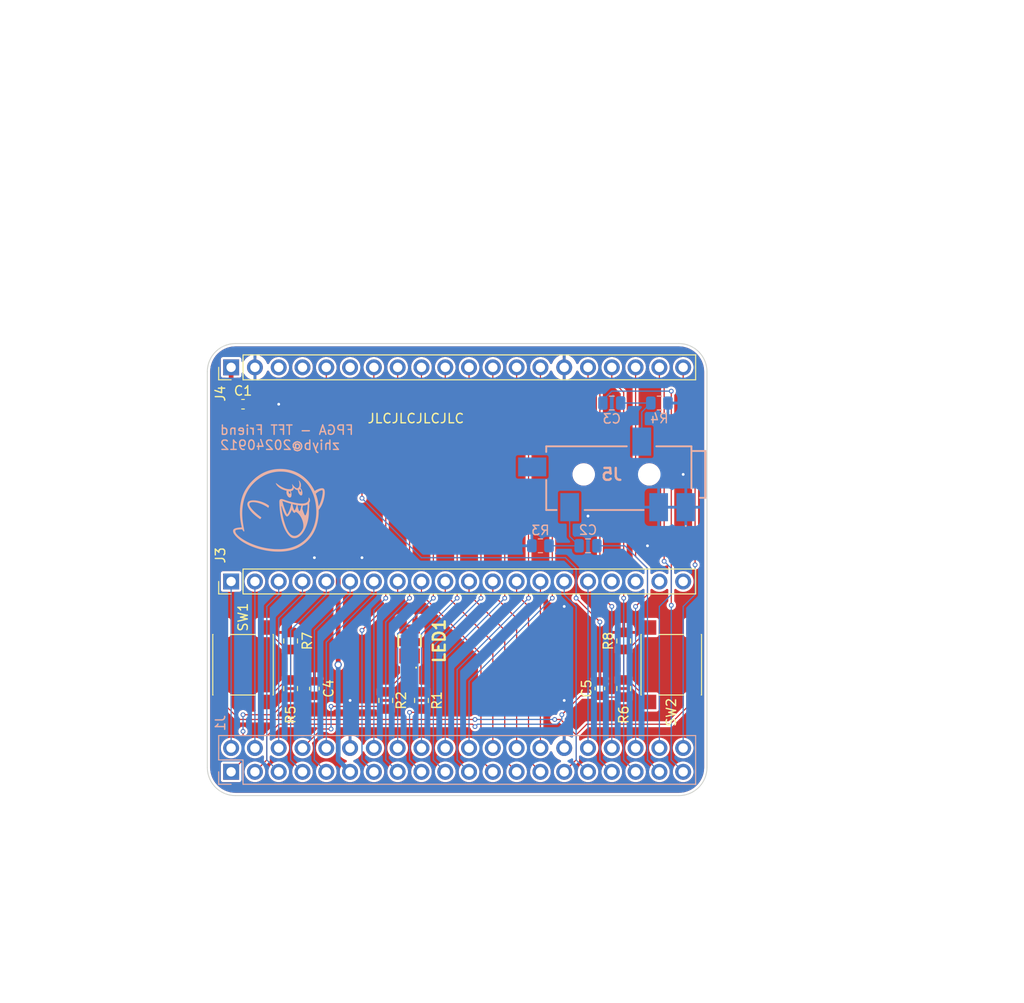
<source format=kicad_pcb>
(kicad_pcb (version 20240108) (generator "pcbnew") (generator_version "8.0")
  (layers (0 "F.Cu" signal) (31 "B.Cu" signal) (34 "B.Paste" user) (35 "F.Paste" user) (36 "B.SilkS" user "B.Silkscreen") (37 "F.SilkS" user "F.Silkscreen") (38 "B.Mask" user) (39 "F.Mask" user) (44 "Edge.Cuts" user))
  (net 0 "")
  (net 1 "GND")
  (net 2 "V_3V3")
  (net 3 "Net-(R5-Pad1)")
  (net 4 "Net-(R6-Pad1)")
  (net 6 "/GPIO_0_26")
  (net 7 "/GPIO_0_8")
  (net 8 "/GPIO_0_6")
  (net 9 "/GPIO_0_4")
  (net 10 "/GPIO_0_29")
  (net 11 "/GPIO_0_7")
  (net 12 "/GPIO_0_31")
  (net 13 "/GPIO_0_1")
  (net 14 "/GPIO_0_3")
  (net 15 "/GPIO_0_32")
  (net 16 "/GPIO_0_12")
  (net 17 "/GPIO_0_IN1")
  (net 18 "/V_SYS")
  (net 19 "/GPIO_0_30")
  (net 20 "/GPIO_0_2")
  (net 21 "/GPIO_0_5")
  (net 22 "/GPIO_0_0")
  (net 23 "/GPIO_0_IN0")
  (net 24 "/XL")
  (net 25 "/B5")
  (net 26 "/B0")
  (net 27 "/B1")
  (net 28 "/B2")
  (net 29 "/YD")
  (net 30 "/B3")
  (net 31 "/YU")
  (net 32 "/B6")
  (net 33 "/XR")
  (net 34 "/B7")
  (net 35 "/B4")
  (net 36 "/LA")
  (net 37 "/G2")
  (net 38 "/G1")
  (net 39 "/V_DISP_3V3")
  (net 40 "/G0")
  (net 41 "/CLK")
  (net 42 "/G4")
  (net 43 "/LK")
  (net 44 "/DE")
  (net 45 "/G6")
  (net 46 "/G5")
  (net 47 "/DISP")
  (net 48 "/G7")
  (net 49 "/G3")
  (net 50 "Net-(LED1-A_RED)")
  (net 51 "Net-(LED1-A_GREEN)")
  (net 52 "/HP_L")
  (net 53 "/HP_R")
  (footprint "Resistor_SMD:R_0805_2012Metric" (layer "F.Cu") (at 91.51 111.51 -90)
    (property "Reference" "R6" (at 2.794 0 90) (layer "F.SilkS"))
    (property "Value" "10k")
    (pad "1" smd roundrect (at -0.9125 0 270) (size 1.025 1.4) (layers "F.Cu" "F.Paste" "F.Mask") (roundrect_rratio 0.243902) (net 4 "Net-(R6-Pad1)"))
    (pad "2" smd roundrect (at 0.9125 0 270) (size 1.025 1.4) (layers "F.Cu" "F.Paste" "F.Mask") (roundrect_rratio 0.243902) (net 17 "/GPIO_0_IN1"))
  )
  (footprint "Resistor_SMD:R_0805_2012Metric" (layer "F.Cu") (at 91.51 106.43 90)
    (property "Reference" "R8" (at 0 -1.65 90) (layer "F.SilkS"))
    (property "Value" "10k")
    (pad "1" smd roundrect (at -0.9125 0 90) (size 1.025 1.4) (layers "F.Cu" "F.Paste" "F.Mask") (roundrect_rratio 0.243902) (net 4 "Net-(R6-Pad1)"))
    (pad "2" smd roundrect (at 0.9125 0 90) (size 1.025 1.4) (layers "F.Cu" "F.Paste" "F.Mask") (roundrect_rratio 0.243902) (net 1 "GND"))
  )
  (footprint "Resistor_SMD:R_0805_2012Metric" (layer "F.Cu") (at 66.11 112.78 -90)
    (property "Reference" "R2" (at 0 -1.65 90) (layer "F.SilkS"))
    (property "Value" "330")
    (pad "1" smd roundrect (at -0.9125 0 270) (size 1.025 1.4) (layers "F.Cu" "F.Paste" "F.Mask") (roundrect_rratio 0.243902) (net 51 "Net-(LED1-A_GREEN)"))
    (pad "2" smd roundrect (at 0.9125 0 270) (size 1.025 1.4) (layers "F.Cu" "F.Paste" "F.Mask") (roundrect_rratio 0.243902) (net 21 "/GPIO_0_5"))
  )
  (footprint "Connector_PinHeader_2.54mm:PinHeader_1x20_P2.54mm_Vertical" (layer "F.Cu") (at 49.6 100.08 90)
    (property "Reference" "J3" (at 2.794 -1.143 90) (layer "F.SilkS"))
    (property "Value" "Conn_01x20")
    (pad "1" thru_hole rect (at 0 0 90) (size 1.7 1.7) (drill 1) (layers "*.Cu" "*.Mask") (net 22 "/GPIO_0_0"))
    (pad "2" thru_hole oval (at 0 2.54 90) (size 1.7 1.7) (drill 1) (layers "*.Cu" "*.Mask") (net 13 "/GPIO_0_1"))
    (pad "3" thru_hole oval (at 0 5.08 90) (size 1.7 1.7) (drill 1) (layers "*.Cu" "*.Mask") (net 20 "/GPIO_0_2"))
    (pad "4" thru_hole oval (at 0 7.62 90) (size 1.7 1.7) (drill 1) (layers "*.Cu" "*.Mask") (net 14 "/GPIO_0_3"))
    (pad "5" thru_hole oval (at 0 10.16 90) (size 1.7 1.7) (drill 1) (layers "*.Cu" "*.Mask") (net 9 "/GPIO_0_4"))
    (pad "6" thru_hole oval (at 0 12.7 90) (size 1.7 1.7) (drill 1) (layers "*.Cu" "*.Mask") (net 8 "/GPIO_0_6"))
    (pad "7" thru_hole oval (at 0 15.24 90) (size 1.7 1.7) (drill 1) (layers "*.Cu" "*.Mask") (net 11 "/GPIO_0_7"))
    (pad "8" thru_hole oval (at 0 17.78 90) (size 1.7 1.7) (drill 1) (layers "*.Cu" "*.Mask") (net 7 "/GPIO_0_8"))
    (pad "9" thru_hole oval (at 0 20.32 90) (size 1.7 1.7) (drill 1) (layers "*.Cu" "*.Mask") (net 26 "/B0"))
    (pad "10" thru_hole oval (at 0 22.86 90) (size 1.7 1.7) (drill 1) (layers "*.Cu" "*.Mask") (net 27 "/B1"))
    (pad "11" thru_hole oval (at 0 25.4 90) (size 1.7 1.7) (drill 1) (layers "*.Cu" "*.Mask") (net 28 "/B2"))
    (pad "12" thru_hole oval (at 0 27.94 90) (size 1.7 1.7) (drill 1) (layers "*.Cu" "*.Mask") (net 30 "/B3"))
    (pad "13" thru_hole oval (at 0 30.48 90) (size 1.7 1.7) (drill 1) (layers "*.Cu" "*.Mask") (net 35 "/B4"))
    (pad "14" thru_hole oval (at 0 33.02 90) (size 1.7 1.7) (drill 1) (layers "*.Cu" "*.Mask") (net 25 "/B5"))
    (pad "15" thru_hole oval (at 0 35.56 90) (size 1.7 1.7) (drill 1) (layers "*.Cu" "*.Mask") (net 32 "/B6"))
    (pad "16" thru_hole oval (at 0 38.1 90) (size 1.7 1.7) (drill 1) (layers "*.Cu" "*.Mask") (net 34 "/B7"))
    (pad "17" thru_hole oval (at 0 40.64 90) (size 1.7 1.7) (drill 1) (layers "*.Cu" "*.Mask") (net 33 "/XR"))
    (pad "18" thru_hole oval (at 0 43.18 90) (size 1.7 1.7) (drill 1) (layers "*.Cu" "*.Mask") (net 29 "/YD"))
    (pad "19" thru_hole oval (at 0 45.72 90) (size 1.7 1.7) (drill 1) (layers "*.Cu" "*.Mask") (net 24 "/XL"))
    (pad "20" thru_hole oval (at 0 48.26 90) (size 1.7 1.7) (drill 1) (layers "*.Cu" "*.Mask") (net 31 "/YU"))
  )
  (footprint "Capacitor_SMD:C_0603_1608Metric" (layer "F.Cu") (at 88.97 111.51 90)
    (property "Reference" "C5" (at 0 -1.43 90) (layer "F.SilkS"))
    (property "Value" "100n")
    (pad "1" smd roundrect (at -0.775 0 90) (size 0.9 0.95) (layers "F.Cu" "F.Paste" "F.Mask") (net 17 "/GPIO_0_IN1"))
    (pad "2" smd roundrect (at 0.775 0 90) (size 0.9 0.95) (layers "F.Cu" "F.Paste" "F.Mask") (net 1 "GND"))
  )
  (footprint "Resistor_SMD:R_0805_2012Metric" (layer "F.Cu") (at 55.95 111.51 -90)
    (property "Reference" "R5" (at 2.794 0 90) (layer "F.SilkS"))
    (property "Value" "10k")
    (pad "1" smd roundrect (at -0.9125 0 270) (size 1.025 1.4) (layers "F.Cu" "F.Paste" "F.Mask") (roundrect_rratio 0.243902) (net 3 "Net-(R5-Pad1)"))
    (pad "2" smd roundrect (at 0.9125 0 270) (size 1.025 1.4) (layers "F.Cu" "F.Paste" "F.Mask") (roundrect_rratio 0.243902) (net 23 "/GPIO_0_IN0"))
  )
  (footprint "Library:APBD3224SURKCGKCF01" (layer "F.Cu") (at 68.65 106.43 -90)
    (property "Reference" "LED1" (at 0 -3.175 90) (layer "F.SilkS") (effects (font (size 1.27 1.27) (thickness 0.254))))
    (property "Value" "APBD3224SURKCGKC-F01" (hide yes))
    (pad "1" smd rect (at 1.6 -0.7) (size 0.8 1.6) (layers "F.Cu" "F.Paste" "F.Mask") (net 50 "Net-(LED1-A_RED)"))
    (pad "2" smd rect (at -1.6 -0.7) (size 0.8 1.6) (layers "F.Cu" "F.Paste" "F.Mask") (net 1 "GND"))
    (pad "3" smd rect (at 1.6 0.7) (size 0.8 1.6) (layers "F.Cu" "F.Paste" "F.Mask") (net 51 "Net-(LED1-A_GREEN)"))
    (pad "4" smd rect (at -1.6 0.7) (size 0.8 1.6) (layers "F.Cu" "F.Paste" "F.Mask") (net 1 "GND"))
  )
  (footprint "Resistor_SMD:R_0805_2012Metric" (layer "F.Cu") (at 69.92 112.78 -90)
    (property "Reference" "R1" (at 0 -1.65 90) (layer "F.SilkS"))
    (property "Value" "330")
    (pad "1" smd roundrect (at -0.9125 0 270) (size 1.025 1.4) (layers "F.Cu" "F.Paste" "F.Mask") (roundrect_rratio 0.243902) (net 50 "Net-(LED1-A_RED)"))
    (pad "2" smd roundrect (at 0.9125 0 270) (size 1.025 1.4) (layers "F.Cu" "F.Paste" "F.Mask") (roundrect_rratio 0.243902) (net 16 "/GPIO_0_12"))
  )
  (footprint "Capacitor_SMD:C_0603_1608Metric" (layer "F.Cu") (at 50.87 81.157)
    (property "Reference" "C1" (at 0 -1.43 0) (layer "F.SilkS"))
    (property "Value" "100n")
    (pad "1" smd roundrect (at -0.775 0) (size 0.9 0.95) (layers "F.Cu" "F.Paste" "F.Mask") (net 18 "/V_SYS"))
    (pad "2" smd roundrect (at 0.775 0) (size 0.9 0.95) (layers "F.Cu" "F.Paste" "F.Mask") (net 1 "GND"))
  )
  (footprint "Button_Switch_SMD:SW_Push_1P1T_NO_6x6mm_H9.5mm" (layer "F.Cu") (at 96.59 108.97 -90)
    (property "Reference" "SW2" (at 5.08 0 90) (layer "F.SilkS"))
    (property "Value" "SW_Push")
    (pad "1" smd rect (at -3.975 -2.25 270) (size 1.55 1.3) (layers "F.Cu" "F.Paste" "F.Mask") (net 2 "V_3V3"))
    (pad "1" smd rect (at 3.975 -2.25 270) (size 1.55 1.3) (layers "F.Cu" "F.Paste" "F.Mask") (net 2 "V_3V3"))
    (pad "2" smd rect (at -3.975 2.25 270) (size 1.55 1.3) (layers "F.Cu" "F.Paste" "F.Mask") (net 4 "Net-(R6-Pad1)"))
    (pad "2" smd rect (at 3.975 2.25 270) (size 1.55 1.3) (layers "F.Cu" "F.Paste" "F.Mask") (net 4 "Net-(R6-Pad1)"))
  )
  (footprint "Resistor_SMD:R_0805_2012Metric" (layer "F.Cu") (at 55.95 106.43 90)
    (property "Reference" "R7" (at 0 1.778 90) (layer "F.SilkS"))
    (property "Value" "10k")
    (pad "1" smd roundrect (at -0.9125 0 90) (size 1.025 1.4) (layers "F.Cu" "F.Paste" "F.Mask") (roundrect_rratio 0.243902) (net 3 "Net-(R5-Pad1)"))
    (pad "2" smd roundrect (at 0.9125 0 90) (size 1.025 1.4) (layers "F.Cu" "F.Paste" "F.Mask") (roundrect_rratio 0.243902) (net 1 "GND"))
  )
  (footprint "Capacitor_SMD:C_0603_1608Metric" (layer "F.Cu") (at 58.49 111.51 90)
    (property "Reference" "C4" (at 0 1.524 90) (layer "F.SilkS"))
    (property "Value" "100n")
    (pad "1" smd roundrect (at -0.775 0 90) (size 0.9 0.95) (layers "F.Cu" "F.Paste" "F.Mask") (net 23 "/GPIO_0_IN0"))
    (pad "2" smd roundrect (at 0.775 0 90) (size 0.9 0.95) (layers "F.Cu" "F.Paste" "F.Mask") (net 1 "GND"))
  )
  (footprint "Connector_PinHeader_2.54mm:PinHeader_1x20_P2.54mm_Vertical" (layer "F.Cu") (at 49.6 77.22 90)
    (property "Reference" "J4" (at -2.794 -1.143 90) (layer "F.SilkS"))
    (property "Value" "Conn_01x20")
    (pad "1" thru_hole rect (at 0 0 90) (size 1.7 1.7) (drill 1) (layers "*.Cu" "*.Mask") (net 18 "/V_SYS"))
    (pad "2" thru_hole oval (at 0 2.54 90) (size 1.7 1.7) (drill 1) (layers "*.Cu" "*.Mask") (net 1 "GND"))
    (pad "3" thru_hole oval (at 0 5.08 90) (size 1.7 1.7) (drill 1) (layers "*.Cu" "*.Mask") (net 43 "/LK"))
    (pad "4" thru_hole oval (at 0 7.62 90) (size 1.7 1.7) (drill 1) (layers "*.Cu" "*.Mask") (net 36 "/LA"))
    (pad "5" thru_hole oval (at 0 10.16 90) (size 1.7 1.7) (drill 1) (layers "*.Cu" "*.Mask") (net 6 "/GPIO_0_26"))
    (pad "6" thru_hole oval (at 0 12.7 90) (size 1.7 1.7) (drill 1) (layers "*.Cu" "*.Mask") (net 39 "/V_DISP_3V3"))
    (pad "7" thru_hole oval (at 0 15.24 90) (size 1.7 1.7) (drill 1) (layers "*.Cu" "*.Mask") (net 40 "/G0"))
    (pad "8" thru_hole oval (at 0 17.78 90) (size 1.7 1.7) (drill 1) (layers "*.Cu" "*.Mask") (net 38 "/G1"))
    (pad "9" thru_hole oval (at 0 20.32 90) (size 1.7 1.7) (drill 1) (layers "*.Cu" "*.Mask") (net 37 "/G2"))
    (pad "10" thru_hole oval (at 0 22.86 90) (size 1.7 1.7) (drill 1) (layers "*.Cu" "*.Mask") (net 49 "/G3"))
    (pad "11" thru_hole oval (at 0 25.4 90) (size 1.7 1.7) (drill 1) (layers "*.Cu" "*.Mask") (net 42 "/G4"))
    (pad "12" thru_hole oval (at 0 27.94 90) (size 1.7 1.7) (drill 1) (layers "*.Cu" "*.Mask") (net 46 "/G5"))
    (pad "13" thru_hole oval (at 0 30.48 90) (size 1.7 1.7) (drill 1) (layers "*.Cu" "*.Mask") (net 45 "/G6"))
    (pad "14" thru_hole oval (at 0 33.02 90) (size 1.7 1.7) (drill 1) (layers "*.Cu" "*.Mask") (net 48 "/G7"))
    (pad "15" thru_hole oval (at 0 35.56 90) (size 1.7 1.7) (drill 1) (layers "*.Cu" "*.Mask") (net 1 "GND"))
    (pad "16" thru_hole oval (at 0 38.1 90) (size 1.7 1.7) (drill 1) (layers "*.Cu" "*.Mask") (net 41 "/CLK"))
    (pad "17" thru_hole oval (at 0 40.64 90) (size 1.7 1.7) (drill 1) (layers "*.Cu" "*.Mask") (net 47 "/DISP"))
    (pad "18" thru_hole oval (at 0 43.18 90) (size 1.7 1.7) (drill 1) (layers "*.Cu" "*.Mask") (net 10 "/GPIO_0_29"))
    (pad "19" thru_hole oval (at 0 45.72 90) (size 1.7 1.7) (drill 1) (layers "*.Cu" "*.Mask") (net 12 "/GPIO_0_31"))
    (pad "20" thru_hole oval (at 0 48.26 90) (size 1.7 1.7) (drill 1) (layers "*.Cu" "*.Mask") (net 44 "/DE"))
  )
  (footprint "Button_Switch_SMD:SW_Push_1P1T_NO_6x6mm_H9.5mm" (layer "F.Cu") (at 50.87 108.97 90)
    (property "Reference" "SW1" (at 5.08 0 90) (layer "F.SilkS"))
    (property "Value" "SW_Push")
    (pad "1" smd rect (at -3.975 -2.25 90) (size 1.55 1.3) (layers "F.Cu" "F.Paste" "F.Mask") (net 2 "V_3V3"))
    (pad "1" smd rect (at 3.975 -2.25 90) (size 1.55 1.3) (layers "F.Cu" "F.Paste" "F.Mask") (net 2 "V_3V3"))
    (pad "2" smd rect (at -3.975 2.25 90) (size 1.55 1.3) (layers "F.Cu" "F.Paste" "F.Mask") (net 3 "Net-(R5-Pad1)"))
    (pad "2" smd rect (at 3.975 2.25 90) (size 1.55 1.3) (layers "F.Cu" "F.Paste" "F.Mask") (net 3 "Net-(R5-Pad1)"))
  )
  (footprint "Connector_PinSocket_2.54mm:PinSocket_2x20_P2.54mm_Vertical" (layer "B.Cu") (at 49.6 120.4 -90)
    (property "Reference" "J1" (at -5.207 1.143 90) (layer "B.SilkS") (effects (justify mirror)))
    (property "Value" "Conn_02x20_Odd_Even")
    (pad "1" thru_hole rect (at 0 0 270) (size 1.7 1.7) (drill 1) (layers "*.Cu" "*.Mask") (net 23 "/GPIO_0_IN0"))
    (pad "2" thru_hole oval (at -2.54 0 270) (size 1.7 1.7) (drill 1) (layers "*.Cu" "*.Mask") (net 22 "/GPIO_0_0"))
    (pad "3" thru_hole oval (at 0 -2.54 270) (size 1.7 1.7) (drill 1) (layers "*.Cu" "*.Mask") (net 17 "/GPIO_0_IN1"))
    (pad "4" thru_hole oval (at -2.54 -2.54 270) (size 1.7 1.7) (drill 1) (layers "*.Cu" "*.Mask") (net 13 "/GPIO_0_1"))
    (pad "5" thru_hole oval (at 0 -5.08 270) (size 1.7 1.7) (drill 1) (layers "*.Cu" "*.Mask") (net 20 "/GPIO_0_2"))
    (pad "6" thru_hole oval (at -2.54 -5.08 270) (size 1.7 1.7) (drill 1) (layers "*.Cu" "*.Mask") (net 14 "/GPIO_0_3"))
    (pad "7" thru_hole oval (at 0 -7.62 270) (size 1.7 1.7) (drill 1) (layers "*.Cu" "*.Mask") (net 9 "/GPIO_0_4"))
    (pad "8" thru_hole oval (at -2.54 -7.62 270) (size 1.7 1.7) (drill 1) (layers "*.Cu" "*.Mask") (net 21 "/GPIO_0_5"))
    (pad "9" thru_hole oval (at 0 -10.16 270) (size 1.7 1.7) (drill 1) (layers "*.Cu" "*.Mask") (net 8 "/GPIO_0_6"))
    (pad "10" thru_hole oval (at -2.54 -10.16 270) (size 1.7 1.7) (drill 1) (layers "*.Cu" "*.Mask") (net 11 "/GPIO_0_7"))
    (pad "11" thru_hole oval (at 0 -12.7 270) (size 1.7 1.7) (drill 1) (layers "*.Cu" "*.Mask") (net 18 "/V_SYS"))
    (pad "12" thru_hole oval (at -2.54 -12.7 270) (size 1.7 1.7) (drill 1) (layers "*.Cu" "*.Mask") (net 1 "GND"))
    (pad "13" thru_hole oval (at 0 -15.24 270) (size 1.7 1.7) (drill 1) (layers "*.Cu" "*.Mask") (net 7 "/GPIO_0_8"))
    (pad "14" thru_hole oval (at -2.54 -15.24 270) (size 1.7 1.7) (drill 1) (layers "*.Cu" "*.Mask") (net 40 "/G0"))
    (pad "15" thru_hole oval (at 0 -17.78 270) (size 1.7 1.7) (drill 1) (layers "*.Cu" "*.Mask") (net 38 "/G1"))
    (pad "16" thru_hole oval (at -2.54 -17.78 270) (size 1.7 1.7) (drill 1) (layers "*.Cu" "*.Mask") (net 37 "/G2"))
    (pad "17" thru_hole oval (at 0 -20.32 270) (size 1.7 1.7) (drill 1) (layers "*.Cu" "*.Mask") (net 16 "/GPIO_0_12"))
    (pad "18" thru_hole oval (at -2.54 -20.32 270) (size 1.7 1.7) (drill 1) (layers "*.Cu" "*.Mask") (net 49 "/G3"))
    (pad "19" thru_hole oval (at 0 -22.86 270) (size 1.7 1.7) (drill 1) (layers "*.Cu" "*.Mask") (net 42 "/G4"))
    (pad "20" thru_hole oval (at -2.54 -22.86 270) (size 1.7 1.7) (drill 1) (layers "*.Cu" "*.Mask") (net 46 "/G5"))
    (pad "21" thru_hole oval (at 0 -25.4 270) (size 1.7 1.7) (drill 1) (layers "*.Cu" "*.Mask") (net 45 "/G6"))
    (pad "22" thru_hole oval (at -2.54 -25.4 270) (size 1.7 1.7) (drill 1) (layers "*.Cu" "*.Mask") (net 48 "/G7"))
    (pad "23" thru_hole oval (at 0 -27.94 270) (size 1.7 1.7) (drill 1) (layers "*.Cu" "*.Mask") (net 26 "/B0"))
    (pad "24" thru_hole oval (at -2.54 -27.94 270) (size 1.7 1.7) (drill 1) (layers "*.Cu" "*.Mask") (net 27 "/B1"))
    (pad "25" thru_hole oval (at 0 -30.48 270) (size 1.7 1.7) (drill 1) (layers "*.Cu" "*.Mask") (net 28 "/B2"))
    (pad "26" thru_hole oval (at -2.54 -30.48 270) (size 1.7 1.7) (drill 1) (layers "*.Cu" "*.Mask") (net 30 "/B3"))
    (pad "27" thru_hole oval (at 0 -33.02 270) (size 1.7 1.7) (drill 1) (layers "*.Cu" "*.Mask") (net 35 "/B4"))
    (pad "28" thru_hole oval (at -2.54 -33.02 270) (size 1.7 1.7) (drill 1) (layers "*.Cu" "*.Mask") (net 25 "/B5"))
    (pad "29" thru_hole oval (at 0 -35.56 270) (size 1.7 1.7) (drill 1) (layers "*.Cu" "*.Mask") (net 2 "V_3V3"))
    (pad "30" thru_hole oval (at -2.54 -35.56 270) (size 1.7 1.7) (drill 1) (layers "*.Cu" "*.Mask") (net 1 "GND"))
    (pad "31" thru_hole oval (at 0 -38.1 270) (size 1.7 1.7) (drill 1) (layers "*.Cu" "*.Mask") (net 32 "/B6"))
    (pad "32" thru_hole oval (at -2.54 -38.1 270) (size 1.7 1.7) (drill 1) (layers "*.Cu" "*.Mask") (net 34 "/B7"))
    (pad "33" thru_hole oval (at 0 -40.64 270) (size 1.7 1.7) (drill 1) (layers "*.Cu" "*.Mask") (net 6 "/GPIO_0_26"))
    (pad "34" thru_hole oval (at -2.54 -40.64 270) (size 1.7 1.7) (drill 1) (layers "*.Cu" "*.Mask") (net 41 "/CLK"))
    (pad "35" thru_hole oval (at 0 -43.18 270) (size 1.7 1.7) (drill 1) (layers "*.Cu" "*.Mask") (net 47 "/DISP"))
    (pad "36" thru_hole oval (at -2.54 -43.18 270) (size 1.7 1.7) (drill 1) (layers "*.Cu" "*.Mask") (net 10 "/GPIO_0_29"))
    (pad "37" thru_hole oval (at 0 -45.72 270) (size 1.7 1.7) (drill 1) (layers "*.Cu" "*.Mask") (net 19 "/GPIO_0_30"))
    (pad "38" thru_hole oval (at -2.54 -45.72 270) (size 1.7 1.7) (drill 1) (layers "*.Cu" "*.Mask") (net 12 "/GPIO_0_31"))
    (pad "39" thru_hole oval (at 0 -48.26 270) (size 1.7 1.7) (drill 1) (layers "*.Cu" "*.Mask") (net 15 "/GPIO_0_32"))
    (pad "40" thru_hole oval (at -2.54 -48.26 270) (size 1.7 1.7) (drill 1) (layers "*.Cu" "*.Mask") (net 44 "/DE"))
  )
  (footprint "Capacitor_SMD:C_0805_2012Metric" (layer "B.Cu") (at 87.7 96.27 180)
    (property "Reference" "C2" (at 0 1.68 0) (layer "B.SilkS") (effects (justify mirror)))
    (property "Value" "10u")
    (pad "1" smd roundrect (at -0.95 0 180) (size 1 1.45) (layers "B.Cu" "B.Paste" "B.Mask") (net 19 "/GPIO_0_30"))
    (pad "2" smd roundrect (at 0.95 0 180) (size 1 1.45) (layers "B.Cu" "B.Paste" "B.Mask") (net 52 "/HP_L"))
  )
  (footprint "Capacitor_SMD:C_0805_2012Metric" (layer "B.Cu") (at 90.24 81.03)
    (property "Reference" "C3" (at 0 1.68 0) (layer "B.SilkS") (effects (justify mirror)))
    (property "Value" "10u")
    (pad "1" smd roundrect (at -0.95 0) (size 1 1.45) (layers "B.Cu" "B.Paste" "B.Mask") (net 15 "/GPIO_0_32"))
    (pad "2" smd roundrect (at 0.95 0) (size 1 1.45) (layers "B.Cu" "B.Paste" "B.Mask") (net 53 "/HP_R"))
  )
  (footprint "Resistor_SMD:R_0805_2012Metric" (layer "B.Cu") (at 82.62 96.27 180)
    (property "Reference" "R3" (at 0 1.65 0) (layer "B.SilkS") (effects (justify mirror)))
    (property "Value" "100")
    (pad "1" smd roundrect (at -0.9125 0 180) (size 1.025 1.4) (layers "B.Cu" "B.Paste" "B.Mask") (roundrect_rratio 0.243902) (net 52 "/HP_L"))
    (pad "2" smd roundrect (at 0.9125 0 180) (size 1.025 1.4) (layers "B.Cu" "B.Paste" "B.Mask") (roundrect_rratio 0.243902) (net 1 "GND"))
  )
  (footprint "LOGO" (layer "B.Cu") (at 54.68 92.46 180)
    (property "Reference" "" (hide yes))
    (property "Value" "LOGO" (hide yes))
  )
  (footprint "Library:SJ43515TSSMTTR" (layer "B.Cu") (at 90.24 88.65 180)
    (property "Reference" "J5" (at 0 0 0) (layer "B.SilkS") (effects (font (size 1.27 1.27) (thickness 0.254)) (justify mirror)))
    (property "Value" "SJ-43515TS-SMT-TR" (hide yes))
    (pad "" np_thru_hole circle (at -4 0 180) (size 1.9 1.9) (drill 1.9) (layers "*.Cu" "*.Mask"))
    (pad "" np_thru_hole circle (at 3 0 180) (size 1.9 1.9) (drill 1.9) (layers "*.Cu" "*.Mask"))
    (pad "1" smd rect (at -7.9 -3.5 180) (size 2 3) (layers "B.Cu" "B.Paste" "B.Mask") (net 1 "GND"))
    (pad "2" smd rect (at 4.5 -3.5 180) (size 2 3) (layers "B.Cu" "B.Paste" "B.Mask") (net 52 "/HP_L"))
    (pad "3" smd rect (at -3.2 3.5 180) (size 2 3) (layers "B.Cu" "B.Paste" "B.Mask") (net 53 "/HP_R"))
    (pad "4" smd rect (at -5 -3.5 180) (size 2 3) (layers "B.Cu" "B.Paste" "B.Mask") (net 1 "GND"))
    (pad "5" smd rect (at 8.5 0.8 90) (size 2 3) (layers "B.Cu" "B.Paste" "B.Mask"))
  )
  (footprint "Resistor_SMD:R_0805_2012Metric" (layer "B.Cu") (at 95.32 81.03)
    (property "Reference" "R4" (at 0 1.65 0) (layer "B.SilkS") (effects (justify mirror)))
    (property "Value" "100")
    (pad "1" smd roundrect (at -0.9125 0) (size 1.025 1.4) (layers "B.Cu" "B.Paste" "B.Mask") (roundrect_rratio 0.243902) (net 53 "/HP_R"))
    (pad "2" smd roundrect (at 0.9125 0) (size 1.025 1.4) (layers "B.Cu" "B.Paste" "B.Mask") (roundrect_rratio 0.243902) (net 1 "GND"))
  )
  (footprint "LOGO" (layer "B.Cu") (at 54.68 92.46 180)
    (property "Reference" "" (hide yes))
    (property "Value" "LOGO" (hide yes))
  )
  (gr_line (start 47.06 77.68) (end 47.06 119.94) (stroke (width 0.1)) (layer "Edge.Cuts"))
  (gr_line (start 97.4 74.68) (end 50.06 74.68) (stroke (width 0.1)) (layer "Edge.Cuts"))
  (gr_arc (start 100.4 119.94) (mid 99.52132 122.06132) (end 97.4 122.94) (stroke (width 0.1)) (layer "Edge.Cuts"))
  (gr_line (start 100.4 119.94) (end 100.4 77.68) (stroke (width 0.1)) (layer "Edge.Cuts"))
  (gr_arc (start 97.4 74.68) (mid 99.52132 75.55868) (end 100.4 77.68) (stroke (width 0.1)) (layer "Edge.Cuts"))
  (gr_arc (start 47.06 77.68) (mid 47.93868 75.55868) (end 50.06 74.68) (stroke (width 0.1)) (layer "Edge.Cuts"))
  (gr_arc (start 50.06 122.94) (mid 47.93868 122.06132) (end 47.06 119.94) (stroke (width 0.1)) (layer "Edge.Cuts"))
  (gr_line (start 50.06 122.94) (end 97.4 122.94) (stroke (width 0.1)) (layer "Edge.Cuts"))
  (gr_text "FPGA - TFT Friend\nzhiyb@20240912" (at 48.33 86.11 0) (layer "B.SilkS") (effects (font (size 1 1)) (justify right bottom mirror)))
  (gr_text "JLCJLCJLCJLC" (at 64.078 82.681 0) (layer "F.SilkS") (effects (font (size 1 1)) (justify left)))
  (via (at 54.68 81.157) (size 0.5) (drill 0.3) (layers "F.Cu" "B.Cu") (net 1))
  (via (at 94.05 96.27) (size 0.5) (drill 0.3) (layers "F.Cu" "B.Cu") (net 1))
  (via (at 85.16 102.747) (size 0.5) (drill 0.3) (layers "F.Cu" "B.Cu") (net 1))
  (via (at 63.57 97.54) (size 0.5) (drill 0.3) (layers "F.Cu" "B.Cu") (net 1))
  (via (at 97.86 88.65) (size 0.5) (drill 0.3) (layers "F.Cu" "B.Cu") (net 1))
  (via (at 87.7 93.095) (size 0.5) (drill 0.3) (layers "F.Cu" "B.Cu") (net 1))
  (via (at 62.3 112.78) (size 0.5) (drill 0.3) (layers "F.Cu" "B.Cu") (net 1))
  (via (at 58.49 97.54) (size 0.5) (drill 0.3) (layers "F.Cu" "B.Cu") (net 1))
  (via (at 85.16 112.78) (size 0.5) (drill 0.3) (layers "F.Cu" "B.Cu") (net 1))
  (segment (start 86.43 119.13) (end 86.43 116.463) (width 0.127) (layer "F.Cu") (net 2))
  (segment (start 84.779 114.812) (end 86.43 116.463) (width 0.127) (layer "F.Cu") (net 2))
  (segment (start 48.62 112.945) (end 48.62 104.995) (width 0.127) (layer "F.Cu") (net 2))
  (segment (start 84.144 114.812) (end 84.779 114.812) (width 0.127) (layer "F.Cu") (net 2))
  (segment (start 85.16 120.4) (end 86.43 119.13) (width 0.127) (layer "F.Cu") (net 2))
  (segment (start 48.62 112.945) (end 50.487 114.812) (width 0.127) (layer "F.Cu") (net 2))
  (segment (start 50.487 114.812) (end 75.635 114.812) (width 0.127) (layer "F.Cu") (net 2))
  (segment (start 87.573 115.32) (end 96.465 115.32) (width 0.127) (layer "F.Cu") (net 2))
  (segment (start 86.43 116.463) (end 87.573 115.32) (width 0.127) (layer "F.Cu") (net 2))
  (segment (start 96.465 115.32) (end 98.84 112.945) (width 0.127) (layer "F.Cu") (net 2))
  (segment (start 98.84 112.945) (end 98.84 104.995) (width 0.127) (layer "F.Cu") (net 2))
  (via (at 75.635 114.812) (size 0.5) (drill 0.3) (layers "F.Cu" "B.Cu") (net 2))
  (via (at 84.144 114.812) (size 0.5) (drill 0.3) (layers "F.Cu" "B.Cu") (net 2))
  (segment (start 75.635 114.812) (end 84.144 114.812) (width 0.127) (layer "B.Cu") (net 2))
  (segment (start 55.95 110.5975) (end 55.4675 110.5975) (width 0.127) (layer "F.Cu") (net 3))
  (segment (start 55.4675 110.5975) (end 53.12 112.945) (width 0.127) (layer "F.Cu") (net 3))
  (segment (start 53.12 104.995) (end 55.4675 107.3425) (width 0.127) (layer "F.Cu") (net 3))
  (segment (start 55.4675 107.3425) (end 55.95 107.3425) (width 0.127) (layer "F.Cu") (net 3))
  (segment (start 55.95 107.3425) (end 55.95 110.5975) (width 0.127) (layer "F.Cu") (net 3))
  (segment (start 91.51 107.3425) (end 91.9925 107.3425) (width 0.127) (layer "F.Cu") (net 4))
  (segment (start 91.9925 110.5975) (end 94.34 112.945) (width 0.127) (layer "F.Cu") (net 4))
  (segment (start 91.51 110.5975) (end 91.9925 110.5975) (width 0.127) (layer "F.Cu") (net 4))
  (segment (start 91.9925 107.3425) (end 94.34 104.995) (width 0.127) (layer "F.Cu") (net 4))
  (segment (start 91.51 110.5975) (end 91.51 107.3425) (width 0.127) (layer "F.Cu") (net 4))
  (segment (start 63.57 91.19) (end 63.57 82.427) (width 0.127) (layer "F.Cu") (net 6))
  (segment (start 59.76 78.617) (end 59.76 77.22) (width 0.127) (layer "F.Cu") (net 6))
  (segment (start 63.57 82.427) (end 59.76 78.617) (width 0.127) (layer "F.Cu") (net 6))
  (segment (start 88.97 104.398) (end 86.43 101.858) (width 0.127) (layer "F.Cu") (net 6))
  (via (at 88.97 104.398) (size 0.5) (drill 0.3) (layers "F.Cu" "B.Cu") (net 6))
  (via (at 63.57 91.19) (size 0.5) (drill 0.3) (layers "F.Cu" "B.Cu") (net 6))
  (via (at 86.43 101.858) (size 0.5) (drill 0.3) (layers "F.Cu" "B.Cu") (net 6))
  (segment (start 86.43 98.683) (end 86.43 101.858) (width 0.127) (layer "B.Cu") (net 6))
  (segment (start 63.57 91.19) (end 69.92 97.54) (width 0.127) (layer "B.Cu") (net 6))
  (segment (start 88.97 104.398) (end 88.97 119.13) (width 0.127) (layer "B.Cu") (net 6))
  (segment (start 88.97 119.13) (end 90.24 120.4) (width 0.127) (layer "B.Cu") (net 6))
  (segment (start 85.287 97.54) (end 86.43 98.683) (width 0.127) (layer "B.Cu") (net 6))
  (segment (start 69.92 97.54) (end 85.287 97.54) (width 0.127) (layer "B.Cu") (net 6))
  (segment (start 63.57 105.287) (end 67.38 101.477) (width 0.127) (layer "F.Cu") (net 7))
  (segment (start 67.38 101.477) (end 67.38 100.08) (width 0.127) (layer "F.Cu") (net 7))
  (via (at 63.57 105.287) (size 0.5) (drill 0.3) (layers "F.Cu" "B.Cu") (net 7))
  (segment (start 63.57 119.13) (end 64.84 120.4) (width 0.127) (layer "B.Cu") (net 7))
  (segment (start 63.57 105.287) (end 63.57 119.13) (width 0.127) (layer "B.Cu") (net 7))
  (segment (start 58.49 105.287) (end 62.3 101.477) (width 0.127) (layer "B.Cu") (net 8))
  (segment (start 58.49 119.13) (end 58.49 105.287) (width 0.127) (layer "B.Cu") (net 8))
  (segment (start 59.76 120.4) (end 58.49 119.13) (width 0.127) (layer "B.Cu") (net 8))
  (segment (start 62.3 101.477) (end 62.3 100.08) (width 0.127) (layer "B.Cu") (net 8))
  (segment (start 57.22 120.4) (end 55.95 119.13) (width 0.127) (layer "B.Cu") (net 9))
  (segment (start 59.76 101.477) (end 59.76 100.08) (width 0.127) (layer "B.Cu") (net 9))
  (segment (start 55.95 119.13) (end 55.95 105.287) (width 0.127) (layer "B.Cu") (net 9))
  (segment (start 55.95 105.287) (end 59.76 101.477) (width 0.127) (layer "B.Cu") (net 9))
  (segment (start 92.78 97.413) (end 94.05 98.683) (width 0.127) (layer "F.Cu") (net 10))
  (segment (start 92.78 77.22) (end 92.78 97.413) (width 0.127) (layer "F.Cu") (net 10))
  (segment (start 94.05 101.477) (end 92.78 102.747) (width 0.127) (layer "F.Cu") (net 10))
  (segment (start 94.05 98.683) (end 94.05 101.477) (width 0.127) (layer "F.Cu") (net 10))
  (via (at 92.78 102.747) (size 0.5) (drill 0.3) (layers "F.Cu" "B.Cu") (net 10))
  (segment (start 92.78 102.747) (end 92.78 117.86) (width 0.127) (layer "B.Cu") (net 10))
  (segment (start 64.84 101.477) (end 64.84 100.08) (width 0.127) (layer "B.Cu") (net 11))
  (segment (start 59.76 106.557) (end 64.84 101.477) (width 0.127) (layer "B.Cu") (net 11))
  (segment (start 59.76 117.86) (end 59.76 106.557) (width 0.127) (layer "B.Cu") (net 11))
  (segment (start 95.828 97.921) (end 95.828 79.125) (width 0.127) (layer "F.Cu") (net 12))
  (segment (start 95.828 79.125) (end 95.32 78.617) (width 0.127) (layer "F.Cu") (net 12))
  (segment (start 95.32 78.617) (end 95.32 77.22) (width 0.127) (layer "F.Cu") (net 12))
  (via (at 95.828 97.921) (size 0.5) (drill 0.3) (layers "F.Cu" "B.Cu") (net 12))
  (segment (start 95.32 102.747) (end 95.32 117.86) (width 0.127) (layer "B.Cu") (net 12))
  (segment (start 96.59 98.683) (end 96.59 101.477) (width 0.127) (layer "B.Cu") (net 12))
  (segment (start 95.828 97.921) (end 96.59 98.683) (width 0.127) (layer "B.Cu") (net 12))
  (segment (start 96.59 101.477) (end 95.32 102.747) (width 0.127) (layer "B.Cu") (net 12))
  (segment (start 52.14 117.86) (end 52.14 100.08) (width 0.127) (layer "B.Cu") (net 13))
  (segment (start 57.22 101.477) (end 57.22 100.08) (width 0.127) (layer "B.Cu") (net 14))
  (segment (start 54.68 104.017) (end 57.22 101.477) (width 0.127) (layer "B.Cu") (net 14))
  (segment (start 54.68 117.86) (end 54.68 104.017) (width 0.127) (layer "B.Cu") (net 14))
  (segment (start 96.59 102.62) (end 96.59 79.76) (width 0.127) (layer "F.Cu") (net 15))
  (via (at 96.59 102.62) (size 0.5) (drill 0.3) (layers "F.Cu" "B.Cu") (net 15))
  (via (at 96.59 79.76) (size 0.5) (drill 0.3) (layers "F.Cu" "B.Cu") (net 15))
  (segment (start 96.59 117.86) (end 96.59 102.62) (width 0.127) (layer "B.Cu") (net 15))
  (segment (start 89.29 80.71) (end 89.29 81.03) (width 0.127) (layer "B.Cu") (net 15))
  (segment (start 96.59 119.13) (end 96.59 117.86) (width 0.127) (layer "B.Cu") (net 15))
  (segment (start 96.59 79.76) (end 90.24 79.76) (width 0.127) (layer "B.Cu") (net 15))
  (segment (start 90.24 79.76) (end 89.29 80.71) (width 0.127) (layer "B.Cu") (net 15))
  (segment (start 97.86 120.4) (end 96.59 119.13) (width 0.127) (layer "B.Cu") (net 15))
  (segment (start 68.65 114.05) (end 69.5625 114.05) (width 0.127) (layer "F.Cu") (net 16))
  (segment (start 69.5625 114.05) (end 69.92 113.6925) (width 0.127) (layer "F.Cu") (net 16))
  (via (at 68.65 114.05) (size 0.5) (drill 0.3) (layers "F.Cu" "B.Cu") (net 16))
  (segment (start 68.65 119.13) (end 68.65 117.86) (width 0.127) (layer "B.Cu") (net 16))
  (segment (start 68.65 117.86) (end 68.65 114.05) (width 0.127) (layer "B.Cu") (net 16))
  (segment (start 69.92 120.4) (end 68.65 119.13) (width 0.127) (layer "B.Cu") (net 16))
  (segment (start 75.635 115.574) (end 75.381 115.32) (width 0.127) (layer "F.Cu") (net 17))
  (segment (start 53.41 116.59) (end 53.41 119.13) (width 0.127) (layer "F.Cu") (net 17))
  (segment (start 54.68 115.32) (end 53.41 116.59) (width 0.127) (layer "F.Cu") (net 17))
  (segment (start 86.925 112.285) (end 88.97 112.285) (width 0.127) (layer "F.Cu") (net 17))
  (segment (start 84.906 114.304) (end 86.925 112.285) (width 0.127) (layer "F.Cu") (net 17))
  (segment (start 53.41 119.13) (end 52.14 120.4) (width 0.127) (layer "F.Cu") (net 17))
  (segment (start 89.1075 112.4225) (end 88.97 112.285) (width 0.127) (layer "F.Cu") (net 17))
  (segment (start 75.381 115.32) (end 54.68 115.32) (width 0.127) (layer "F.Cu") (net 17))
  (segment (start 91.51 112.4225) (end 89.1075 112.4225) (width 0.127) (layer "F.Cu") (net 17))
  (via (at 75.635 115.574) (size 0.5) (drill 0.3) (layers "F.Cu" "B.Cu") (net 17))
  (via (at 84.906 114.304) (size 0.5) (drill 0.3) (layers "F.Cu" "B.Cu") (net 17))
  (segment (start 84.398 115.32) (end 75.889 115.32) (width 0.127) (layer "B.Cu") (net 17))
  (segment (start 84.906 114.812) (end 84.398 115.32) (width 0.127) (layer "B.Cu") (net 17))
  (segment (start 75.889 115.32) (end 75.635 115.574) (width 0.127) (layer "B.Cu") (net 17))
  (segment (start 84.906 114.304) (end 84.906 114.812) (width 0.127) (layer "B.Cu") (net 17))
  (segment (start 49.6 80.662) (end 49.6 77.22) (width 0.508) (layer "F.Cu") (net 18))
  (segment (start 61.03 108.97) (end 61.03 95) (width 0.508) (layer "F.Cu") (net 18))
  (segment (start 50.095 81.157) (end 49.6 80.662) (width 0.508) (layer "F.Cu") (net 18))
  (segment (start 61.03 95) (end 50.095 84.065) (width 0.508) (layer "F.Cu") (net 18))
  (segment (start 50.095 84.065) (end 50.095 81.157) (width 0.508) (layer "F.Cu") (net 18))
  (via (at 61.03 108.97) (size 0.762) (drill 0.508) (layers "F.Cu" "B.Cu") (net 18))
  (segment (start 61.03 114.05) (end 61.03 108.97) (width 0.508) (layer "B.Cu") (net 18))
  (segment (start 62.3 120.4) (end 61.03 119.13) (width 0.508) (layer "B.Cu") (net 18))
  (segment (start 61.03 119.13) (end 61.03 117.86) (width 0.508) (layer "B.Cu") (net 18))
  (segment (start 61.03 117.86) (end 61.03 114.05) (width 0.508) (layer "B.Cu") (net 18))
  (segment (start 94.05 119.13) (end 94.05 98.683) (width 0.127) (layer "B.Cu") (net 19))
  (segment (start 94.05 98.683) (end 91.637 96.27) (width 0.127) (layer "B.Cu") (net 19))
  (segment (start 95.32 120.4) (end 94.05 119.13) (width 0.127) (layer "B.Cu") (net 19))
  (segment (start 91.637 96.27) (end 88.65 96.27) (width 0.127) (layer "B.Cu") (net 19))
  (segment (start 54.68 120.4) (end 53.41 119.13) (width 0.127) (layer "B.Cu") (net 20))
  (segment (start 54.68 101.477) (end 54.68 100.08) (width 0.127) (layer "B.Cu") (net 20))
  (segment (start 53.41 102.747) (end 54.68 101.477) (width 0.127) (layer "B.Cu") (net 20))
  (segment (start 53.41 119.13) (end 53.41 102.747) (width 0.127) (layer "B.Cu") (net 20))
  (segment (start 59.252 115.828) (end 57.22 117.86) (width 0.127) (layer "F.Cu") (net 21))
  (segment (start 65.8325 113.415) (end 66.11 113.6925) (width 0.127) (layer "F.Cu") (net 21))
  (segment (start 60.268 113.415) (end 65.8325 113.415) (width 0.127) (layer "F.Cu") (net 21))
  (segment (start 60.268 115.828) (end 59.252 115.828) (width 0.127) (layer "F.Cu") (net 21))
  (via (at 60.268 113.415) (size 0.5) (drill 0.3) (layers "F.Cu" "B.Cu") (net 21))
  (via (at 60.268 115.828) (size 0.5) (drill 0.3) (layers "F.Cu" "B.Cu") (net 21))
  (segment (start 60.268 113.415) (end 60.268 115.828) (width 0.127) (layer "B.Cu") (net 21))
  (segment (start 49.6 117.86) (end 49.6 100.08) (width 0.127) (layer "B.Cu") (net 22))
  (segment (start 49.6 120.4) (end 50.87 119.13) (width 0.127) (layer "F.Cu") (net 23))
  (segment (start 50.87 114.304) (end 54.0685 114.304) (width 0.127) (layer "F.Cu") (net 23))
  (segment (start 50.87 119.13) (end 50.87 116.463) (width 0.127) (layer "F.Cu") (net 23))
  (segment (start 54.0685 114.304) (end 55.95 112.4225) (width 0.127) (layer "F.Cu") (net 23))
  (segment (start 50.87 116.463) (end 50.87 116.082) (width 0.127) (layer "F.Cu") (net 23))
  (segment (start 58.3525 112.4225) (end 58.49 112.285) (width 0.127) (layer "F.Cu") (net 23))
  (segment (start 55.95 112.4225) (end 58.3525 112.4225) (width 0.127) (layer "F.Cu") (net 23))
  (via (at 50.87 114.304) (size 0.5) (drill 0.3) (layers "F.Cu" "B.Cu") (net 23))
  (via (at 50.87 116.082) (size 0.5) (drill 0.3) (layers "F.Cu" "B.Cu") (net 23))
  (segment (start 50.87 116.082) (end 50.87 114.304) (width 0.127) (layer "B.Cu") (net 23))
  (segment (start 82.62 117.86) (end 82.62 100.08) (width 0.127) (layer "F.Cu") (net 25))
  (segment (start 69.92 101.477) (end 69.92 100.08) (width 0.127) (layer "F.Cu") (net 26))
  (segment (start 76.27 119.13) (end 76.27 107.827) (width 0.127) (layer "F.Cu") (net 26))
  (segment (start 77.54 120.4) (end 76.27 119.13) (width 0.127) (layer "F.Cu") (net 26))
  (segment (start 76.27 107.827) (end 69.92 101.477) (width 0.127) (layer "F.Cu") (net 26))
  (segment (start 77.54 117.86) (end 77.54 106.557) (width 0.127) (layer "F.Cu") (net 27))
  (segment (start 77.54 106.557) (end 72.46 101.477) (width 0.127) (layer "F.Cu") (net 27))
  (segment (start 72.46 101.477) (end 72.46 100.08) (width 0.127) (layer "F.Cu") (net 27))
  (segment (start 78.81 105.287) (end 75 101.477) (width 0.127) (layer "F.Cu") (net 28))
  (segment (start 80.08 120.4) (end 78.81 119.13) (width 0.127) (layer "F.Cu") (net 28))
  (segment (start 75 101.477) (end 75 100.08) (width 0.127) (layer "F.Cu") (net 28))
  (segment (start 78.81 119.13) (end 78.81 105.287) (width 0.127) (layer "F.Cu") (net 28))
  (segment (start 80.08 117.86) (end 80.08 104.017) (width 0.127) (layer "F.Cu") (net 30))
  (segment (start 80.08 104.017) (end 77.54 101.477) (width 0.127) (layer "F.Cu") (net 30))
  (segment (start 77.54 101.477) (end 77.54 100.08) (width 0.127) (layer "F.Cu") (net 30))
  (segment (start 86.43 119.13) (end 86.43 102.747) (width 0.127) (layer "B.Cu") (net 32))
  (segment (start 87.7 120.4) (end 86.43 119.13) (width 0.127) (layer "B.Cu") (net 32))
  (segment (start 86.43 102.747) (end 85.16 101.477) (width 0.127) (layer "B.Cu") (net 32))
  (segment (start 85.16 101.477) (end 85.16 100.08) (width 0.127) (layer "B.Cu") (net 32))
  (segment (start 87.7 117.86) (end 87.7 100.08) (width 0.127) (layer "B.Cu") (net 34))
  (segment (start 80.08 101.477) (end 80.08 100.08) (width 0.127) (layer "F.Cu") (net 35))
  (segment (start 82.62 120.4) (end 81.35 119.13) (width 0.127) (layer "F.Cu") (net 35))
  (segment (start 81.35 102.747) (end 80.08 101.477) (width 0.127) (layer "F.Cu") (net 35))
  (segment (start 81.35 119.13) (end 81.35 102.747) (width 0.127) (layer "F.Cu") (net 35))
  (segment (start 71.19 101.858) (end 71.19 79.887) (width 0.127) (layer "F.Cu") (net 37))
  (segment (start 69.92 78.617) (end 69.92 77.22) (width 0.127) (layer "F.Cu") (net 37))
  (segment (start 71.19 79.887) (end 69.92 78.617) (width 0.127) (layer "F.Cu") (net 37))
  (via (at 71.19 101.858) (size 0.5) (drill 0.3) (layers "F.Cu" "B.Cu") (net 37))
  (segment (start 67.38 117.86) (end 67.38 105.668) (width 0.127) (layer "B.Cu") (net 37))
  (segment (start 67.38 105.668) (end 71.19 101.858) (width 0.127) (layer "B.Cu") (net 37))
  (segment (start 68.65 79.887) (end 67.38 78.617) (width 0.127) (layer "F.Cu") (net 38))
  (segment (start 68.65 101.858) (end 68.65 79.887) (width 0.127) (layer "F.Cu") (net 38))
  (segment (start 67.38 78.617) (end 67.38 77.22) (width 0.127) (layer "F.Cu") (net 38))
  (via (at 68.65 101.858) (size 0.5) (drill 0.3) (layers "F.Cu" "B.Cu") (net 38))
  (segment (start 67.38 120.4) (end 66.11 119.13) (width 0.127) (layer "B.Cu") (net 38))
  (segment (start 66.11 119.13) (end 66.11 104.398) (width 0.127) (layer "B.Cu") (net 38))
  (segment (start 66.11 104.398) (end 68.65 101.858) (width 0.127) (layer "B.Cu") (net 38))
  (segment (start 64.84 78.617) (end 64.84 77.22) (width 0.127) (layer "F.Cu") (net 40))
  (segment (start 66.11 79.887) (end 64.84 78.617) (width 0.127) (layer "F.Cu") (net 40))
  (segment (start 66.11 101.858) (end 66.11 79.887) (width 0.127) (layer "F.Cu") (net 40))
  (via (at 66.11 101.858) (size 0.5) (drill 0.3) (layers "F.Cu" "B.Cu") (net 40))
  (segment (start 64.84 103.128) (end 66.11 101.858) (width 0.127) (layer "B.Cu") (net 40))
  (segment (start 64.84 117.86) (end 64.84 103.128) (width 0.127) (layer "B.Cu") (net 40))
  (segment (start 88.97 79.887) (end 87.7 78.617) (width 0.127) (layer "F.Cu") (net 41))
  (segment (start 87.7 78.617) (end 87.7 77.22) (width 0.127) (layer "F.Cu") (net 41))
  (segment (start 88.97 101.477) (end 88.97 79.887) (width 0.127) (layer "F.Cu") (net 41))
  (segment (start 90.24 102.747) (end 88.97 101.477) (width 0.127) (layer "F.Cu") (net 41))
  (via (at 90.24 102.747) (size 0.5) (drill 0.3) (layers "F.Cu" "B.Cu") (net 41))
  (segment (start 90.24 102.747) (end 90.24 117.86) (width 0.127) (layer "B.Cu") (net 41))
  (segment (start 75 77.22) (end 75 78.617) (width 0.127) (layer "F.Cu") (net 42))
  (segment (start 76.27 79.887) (end 76.27 101.858) (width 0.127) (layer "F.Cu") (net 42))
  (segment (start 75 78.617) (end 76.27 79.887) (width 0.127) (layer "F.Cu") (net 42))
  (via (at 76.27 101.858) (size 0.5) (drill 0.3) (layers "F.Cu" "B.Cu") (net 42))
  (segment (start 71.19 119.13) (end 71.19 106.938) (width 0.127) (layer "B.Cu") (net 42))
  (segment (start 71.19 106.938) (end 76.27 101.858) (width 0.127) (layer "B.Cu") (net 42))
  (segment (start 72.46 120.4) (end 71.19 119.13) (width 0.127) (layer "B.Cu") (net 42))
  (segment (start 99.13 98.302) (end 99.13 79.887) (width 0.127) (layer "F.Cu") (net 44))
  (segment (start 97.86 78.617) (end 97.86 77.22) (width 0.127) (layer "F.Cu") (net 44))
  (segment (start 99.13 79.887) (end 97.86 78.617) (width 0.127) (layer "F.Cu") (net 44))
  (via (at 99.13 98.302) (size 0.5) (drill 0.3) (layers "F.Cu" "B.Cu") (net 44))
  (segment (start 99.13 101.477) (end 99.13 98.302) (width 0.127) (layer "B.Cu") (net 44))
  (segment (start 97.86 117.86) (end 97.86 102.747) (width 0.127) (layer "B.Cu") (net 44))
  (segment (start 97.86 102.747) (end 99.13 101.477) (width 0.127) (layer "B.Cu") (net 44))
  (segment (start 80.08 78.617) (end 80.08 77.22) (width 0.127) (layer "F.Cu") (net 45))
  (segment (start 81.35 79.887) (end 80.08 78.617) (width 0.127) (layer "F.Cu") (net 45))
  (segment (start 81.35 101.858) (end 81.35 79.887) (width 0.127) (layer "F.Cu") (net 45))
  (via (at 81.35 101.858) (size 0.5) (drill 0.3) (layers "F.Cu" "B.Cu") (net 45))
  (segment (start 73.73 109.478) (end 73.73 119.13) (width 0.127) (layer "B.Cu") (net 45))
  (segment (start 73.73 119.13) (end 75 120.4) (width 0.127) (layer "B.Cu") (net 45))
  (segment (start 81.35 101.858) (end 73.73 109.478) (width 0.127) (layer "B.Cu") (net 45))
  (segment (start 78.81 79.887) (end 77.54 78.617) (width 0.127) (layer "F.Cu") (net 46))
  (segment (start 77.54 78.617) (end 77.54 77.22) (width 0.127) (layer "F.Cu") (net 46))
  (segment (start 78.81 101.858) (end 78.81 79.887) (width 0.127) (layer "F.Cu") (net 46))
  (via (at 78.81 101.858) (size 0.5) (drill 0.3) (layers "F.Cu" "B.Cu") (net 46))
  (segment (start 72.46 108.208) (end 78.81 101.858) (width 0.127) (layer "B.Cu") (net 46))
  (segment (start 72.46 117.86) (end 72.46 108.208) (width 0.127) (layer "B.Cu") (net 46))
  (segment (start 90.24 78.617) (end 90.24 77.22) (width 0.127) (layer "F.Cu") (net 47))
  (segment (start 91.51 79.887) (end 90.24 78.617) (width 0.127) (layer "F.Cu") (net 47))
  (segment (start 91.51 101.858) (end 91.51 79.887) (width 0.127) (layer "F.Cu") (net 47))
  (via (at 91.51 101.858) (size 0.5) (drill 0.3) (layers "F.Cu" "B.Cu") (net 47))
  (segment (start 91.51 101.858) (end 91.51 119.13) (width 0.127) (layer "B.Cu") (net 47))
  (segment (start 91.51 119.13) (end 92.78 120.4) (width 0.127) (layer "B.Cu") (net 47))
  (segment (start 82.62 78.617) (end 82.62 77.22) (width 0.127) (layer "F.Cu") (net 48))
  (segment (start 83.89 79.887) (end 82.62 78.617) (width 0.127) (layer "F.Cu") (net 48))
  (segment (start 83.89 101.858) (end 83.89 79.887) (width 0.127) (layer "F.Cu") (net 48))
  (via (at 83.89 101.858) (size 0.5) (drill 0.3) (layers "F.Cu" "B.Cu") (net 48))
  (segment (start 75 110.748) (end 75 117.86) (width 0.127) (layer "B.Cu") (net 48))
  (segment (start 83.89 101.858) (end 75 110.748) (width 0.127) (layer "B.Cu") (net 48))
  (segment (start 73.73 101.858) (end 73.73 79.887) (width 0.127) (layer "F.Cu") (net 49))
  (segment (start 73.73 79.887) (end 72.46 78.617) (width 0.127) (layer "F.Cu") (net 49))
  (segment (start 72.46 78.617) (end 72.46 77.22) (width 0.127) (layer "F.Cu") (net 49))
  (via (at 73.73 101.858) (size 0.5) (drill 0.3) (layers "F.Cu" "B.Cu") (net 49))
  (segment (start 69.92 105.668) (end 73.73 101.858) (width 0.127) (layer "B.Cu") (net 49))
  (segment (start 69.92 117.86) (end 69.92 105.668) (width 0.127) (layer "B.Cu") (net 49))
  (segment (start 69.35 108.03) (end 69.35 111.2975) (width 0.127) (layer "F.Cu") (net 50))
  (segment (start 69.35 111.2975) (end 69.92 111.8675) (width 0.127) (layer "F.Cu") (net 50))
  (segment (start 67.95 108.03) (end 67.95 110.0275) (width 0.127) (layer "F.Cu") (net 51))
  (segment (start 67.95 110.0275) (end 66.11 111.8675) (width 0.127) (layer "F.Cu") (net 51))
  (segment (start 85.74 95.26) (end 86.75 96.27) (width 0.127) (layer "B.Cu") (net 52))
  (segment (start 85.74 90.88) (end 85.47 90.88) (width 0.254) (layer "B.Cu") (net 52))
  (segment (start 85.74 92.15) (end 85.74 95.26) (width 0.127) (layer "B.Cu") (net 52))
  (segment (start 86.75 96.27) (end 83.5325 96.27) (width 0.127) (layer "B.Cu") (net 52))
  (segment (start 93.44 81.9975) (end 94.4075 81.03) (width 0.127) (layer "B.Cu") (net 53))
  (segment (start 93.44 83.88) (end 93.74 83.88) (width 0.254) (layer "B.Cu") (net 53))
  (segment (start 91.19 81.03) (end 94.4075 81.03) (width 0.127) (layer "B.Cu") (net 53))
  (segment (start 93.44 85.15) (end 93.44 81.9975) (width 0.127) (layer "B.Cu") (net 53))
  (zone (net 1) (net_name "GND") (layers "F&B.Cu") (connect_pads (clearance 0.254)) (min_thickness 0.254) (fill yes (thermal_gap 0.5) (thermal_bridge_width 0.3))
    (polygon (pts (xy 102.94 72.14) (xy 44.52 72.14) (xy 44.52 125.48) (xy 102.952659 125.48)))
  )
)
</source>
